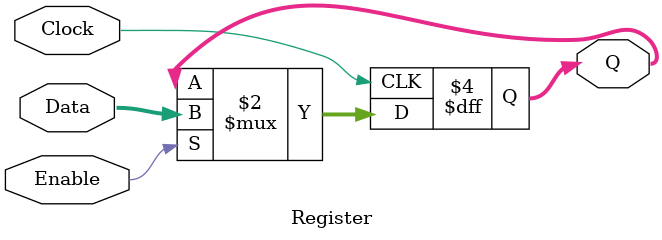
<source format=v>

module Register( Data, Enable, Clock, Q ); 
	input [3:0]Data;		//data to shift in
	input Enable;			//enable shift in
	input Clock;			//clock input
	
	output reg [3:0]Q; 	//register output
	
	always @(posedge Clock) 
		begin 
			if (Enable)			//if enable = 1
				begin
					Q <= Data;	//shift input into Q
			end  
		end
		
endmodule
</source>
